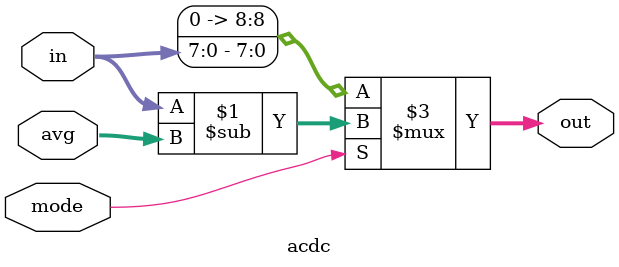
<source format=v>
module acdc(input [7:0] in, avg, input mode, output signed[8:0] out);
	assign out = mode ? in - avg : in;
endmodule

/*
module acdc(input [7:0] in, input clk, output [7:0] out);
	reg [9:0] cnt;
	reg [7:0] avg;
	reg [20:0] sum;
	always @(posedge clk) begin
		if(cnt >= 640) begin
			cnt <= 0;
			avg <= sum / 640;
			sum <= 0;
		end
		else begin
			sum <= sum + in;
			cnt <= cnt + 1;
		end
	end
	assign out = in - avg;
endmodule
*/
</source>
